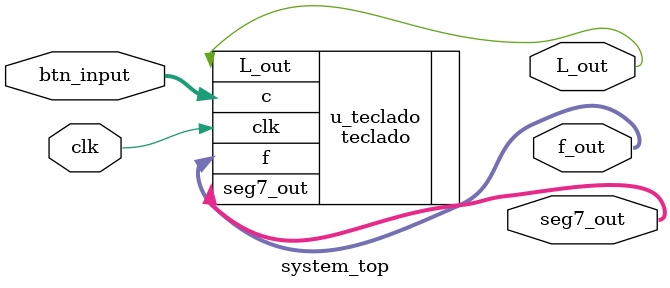
<source format=sv>
module system_top (
    input logic clk,
    input logic [3:0] btn_input,
    output logic [3:0] f_out,
    output logic [6:0] seg7_out,
    output logic L_out
);

    teclado u_teclado (
        .clk(clk),
        .c(btn_input),
        .f(f_out),
        .seg7_out(seg7_out),
        .L_out(L_out)
    );

endmodule

</source>
